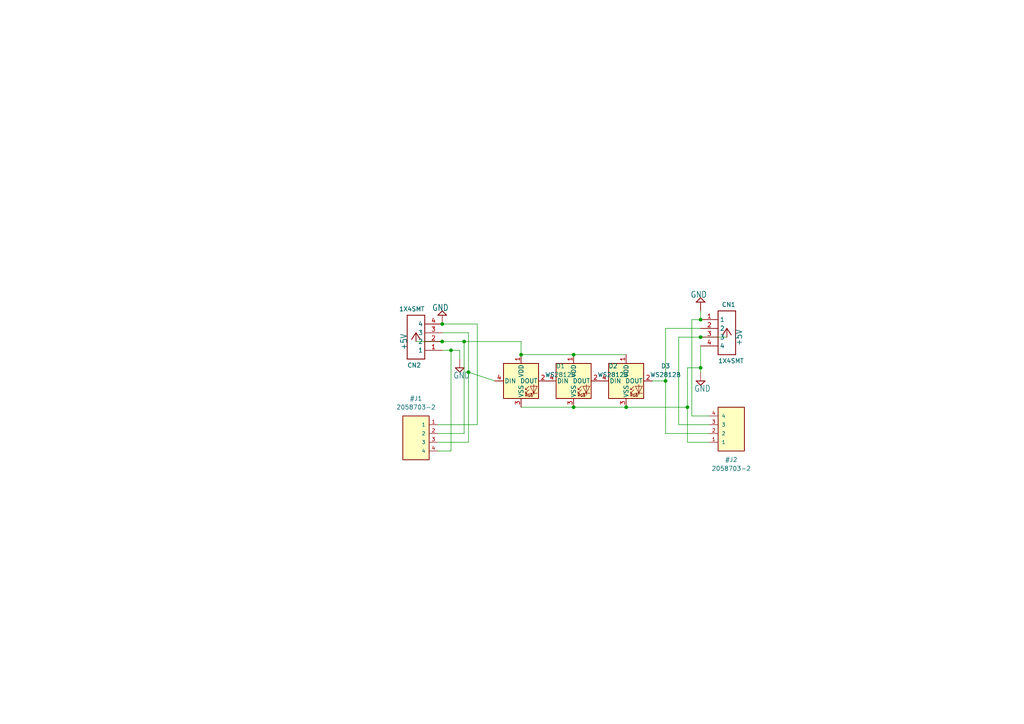
<source format=kicad_sch>
(kicad_sch (version 20211123) (generator eeschema)
  (paper "A4")
  (lib_symbols
    (symbol "2058703-2:2058703-2" (pin_names (offset 1.016))
      (property "Reference" "J" (at -3.302 8.1534 0))
      (property "Value" "2058703-2" (at -3.048 -6.858 0))
      (symbol "2058703-2_0_0"
        (rectangle (start -2.54 -5.08) (end 5.08 7.62) (stroke (width 0.254)) (fill (type background)))
        (pin passive line (at 7.62 5.08 180) (length 2.54) (name "1") (number "1"))
        (pin passive line (at 7.62 2.54 180) (length 2.54) (name "2") (number "2"))
        (pin passive line (at 7.62 0 180) (length 2.54) (name "3") (number "3"))
        (pin passive line (at 7.62 -2.54 180) (length 2.54) (name "4") (number "4"))
      )
    )
    (symbol "Adafruit NeoPixel 8 Stick-eagle-import:+5V" (power)
      (property "Value" "+5V" (at -2.54 -5.08 90))
      (symbol "+5V_1_0"
        (polyline (pts (xy 0 0) (xy -1.27 -1.905)) (stroke (width 0.254)))
        (polyline (pts (xy 1.27 -1.905) (xy 0 0)) (stroke (width 0.254)))
        (pin power_in line (at 0 -2.54 90) (length 2.54) (name "+5V") (number "1"))
      )
    )
    (symbol "Adafruit NeoPixel 8 Stick-eagle-import:1X4SMT"
      (property "Reference" "CN" (at 5.08 7.62 0))
      (property "Value" "1X4SMT" (at 0 -10.16 0))
      (symbol "1X4SMT_1_0"
        (polyline (pts (xy 0 -7.62) (xy 0 5.08)) (stroke (width 0.254)))
        (polyline (pts (xy 0 5.08) (xy 5.08 5.08)) (stroke (width 0.254)))
        (polyline (pts (xy 5.08 -7.62) (xy 0 -7.62)) (stroke (width 0.254)))
        (polyline (pts (xy 5.08 5.08) (xy 5.08 -7.62)) (stroke (width 0.254)))
        (pin bidirectional line (at -5.08 2.54 0) (length 5.08) (name "1") (number "1"))
        (pin bidirectional line (at -5.08 0 0) (length 5.08) (name "2") (number "2"))
        (pin bidirectional line (at -5.08 -2.54 0) (length 5.08) (name "3") (number "3"))
        (pin bidirectional line (at -5.08 -5.08 0) (length 5.08) (name "4") (number "4"))
      )
    )
    (symbol "Adafruit NeoPixel 8 Stick-eagle-import:GND" (power)
      (property "Value" "GND" (at -1.905 -3.175 0))
      (symbol "GND_1_0"
        (polyline (pts (xy -1.27 0) (xy 1.27 0)) (stroke (width 0.254)))
        (polyline (pts (xy 0 -1.27) (xy -1.27 0)) (stroke (width 0.254)))
        (polyline (pts (xy 1.27 0) (xy 0 -1.27)) (stroke (width 0.254)))
        (pin power_in line (at 0 2.54 270) (length 2.54) (name "GND") (number "1"))
      )
    )
    (symbol "LED:WS2812B" (pin_names (offset 0.254))
      (property "Reference" "D" (at 5.08 5.715 0))
      (property "Value" "WS2812B" (at 1.27 -5.715 0))
      (symbol "WS2812B_0_0"
        (text "RGB" (at 2.286 -4.191 0) (effects (font (size 0.762 0.762))))
      )
      (symbol "WS2812B_0_1"
        (polyline (pts (xy 1.27 -3.556) (xy 1.778 -3.556)))
        (polyline (pts (xy 1.27 -2.54) (xy 1.778 -2.54)))
        (polyline (pts (xy 4.699 -3.556) (xy 2.667 -3.556)))
        (polyline (pts (xy 2.286 -2.54) (xy 1.27 -3.556) (xy 1.27 -3.048)))
        (polyline (pts (xy 2.286 -1.524) (xy 1.27 -2.54) (xy 1.27 -2.032)))
        (polyline (pts (xy 3.683 -1.016) (xy 3.683 -3.556) (xy 3.683 -4.064)))
        (polyline (pts (xy 4.699 -1.524) (xy 2.667 -1.524) (xy 3.683 -3.556) (xy 4.699 -1.524)))
        (rectangle (start 5.08 5.08) (end -5.08 -5.08) (stroke (width 0.254)) (fill (type background)))
      )
      (symbol "WS2812B_1_1"
        (pin power_in line (at 0 7.62 270) (length 2.54) (name "VDD") (number "1"))
        (pin output line (at 7.62 0 180) (length 2.54) (name "DOUT") (number "2"))
        (pin power_in line (at 0 -7.62 90) (length 2.54) (name "VSS") (number "3"))
        (pin input line (at -7.62 0 0) (length 2.54) (name "DIN") (number "4"))
      )
    )
  )
  (junction (at 166.37 118.11))
  (junction (at 203.2 97.79))
  (junction (at 199.39 118.11))
  (junction (at 128.27 99.06))
  (junction (at 151.13 102.87))
  (junction (at 203.2 106.68))
  (junction (at 134.62 99.06))
  (junction (at 166.37 102.87))
  (junction (at 181.61 118.11))
  (junction (at 130.81 101.6))
  (junction (at 193.04 110.49))
  (junction (at 203.2 92.71))
  (junction (at 135.89 107.95))
  (junction (at 128.27 93.98))
  (wire (pts (xy 135.89 96.52) (xy 135.89 107.95)))
  (wire (pts (xy 151.13 118.11) (xy 166.37 118.11)))
  (wire (pts (xy 135.89 107.95) (xy 135.89 128.27)))
  (wire (pts (xy 130.81 101.6) (xy 133.35 101.6)))
  (wire (pts (xy 133.35 101.6) (xy 133.35 104.14)))
  (wire (pts (xy 203.2 92.71) (xy 203.2 90.17)))
  (wire (pts (xy 128.27 96.52) (xy 135.89 96.52)))
  (wire (pts (xy 166.37 102.87) (xy 181.61 102.87)))
  (wire (pts (xy 203.2 106.68) (xy 203.2 100.33)))
  (wire (pts (xy 199.39 106.68) (xy 203.2 106.68)))
  (wire (pts (xy 127 125.73) (xy 134.62 125.73)))
  (wire (pts (xy 151.13 99.06) (xy 134.62 99.06)))
  (wire (pts (xy 135.89 107.95) (xy 143.51 110.49)))
  (wire (pts (xy 199.39 118.11) (xy 199.39 128.27)))
  (wire (pts (xy 203.2 107.95) (xy 203.2 106.68)))
  (wire (pts (xy 138.43 93.98) (xy 138.43 123.19)))
  (wire (pts (xy 128.27 101.6) (xy 130.81 101.6)))
  (wire (pts (xy 134.62 99.06) (xy 134.62 125.73)))
  (wire (pts (xy 128.27 99.06) (xy 134.62 99.06)))
  (wire (pts (xy 189.23 110.49) (xy 193.04 110.49)))
  (wire (pts (xy 130.81 101.6) (xy 130.81 130.81)))
  (wire (pts (xy 166.37 118.11) (xy 181.61 118.11)))
  (wire (pts (xy 193.04 110.49) (xy 193.04 125.73)))
  (wire (pts (xy 151.13 102.87) (xy 166.37 102.87)))
  (wire (pts (xy 193.04 95.25) (xy 203.2 95.25)))
  (wire (pts (xy 210.82 97.79) (xy 203.2 97.79)))
  (wire (pts (xy 127 130.81) (xy 130.81 130.81)))
  (wire (pts (xy 127 128.27) (xy 135.89 128.27)))
  (wire (pts (xy 138.43 123.19) (xy 127 123.19)))
  (wire (pts (xy 200.66 120.65) (xy 205.74 120.65)))
  (wire (pts (xy 200.66 92.71) (xy 200.66 120.65)))
  (wire (pts (xy 120.65 99.06) (xy 128.27 99.06)))
  (wire (pts (xy 196.85 123.19) (xy 205.74 123.19)))
  (wire (pts (xy 199.39 128.27) (xy 205.74 128.27)))
  (wire (pts (xy 199.39 106.68) (xy 199.39 118.11)))
  (wire (pts (xy 128.27 93.98) (xy 138.43 93.98)))
  (wire (pts (xy 203.2 92.71) (xy 200.66 92.71)))
  (wire (pts (xy 193.04 125.73) (xy 205.74 125.73)))
  (wire (pts (xy 181.61 118.11) (xy 199.39 118.11)))
  (wire (pts (xy 151.13 99.06) (xy 151.13 102.87)))
  (wire (pts (xy 203.2 97.79) (xy 196.85 97.79)))
  (wire (pts (xy 196.85 97.79) (xy 196.85 123.19)))
  (wire (pts (xy 193.04 95.25) (xy 193.04 110.49)))
  (symbol (lib_id "Adafruit NeoPixel 8 Stick-eagle-import:GND") (at 128.27 91.44 180) (unit 1)
    (property "Reference" "#SUPPLY02" (effects hide))
    (property "Value" "GND" (at 130.175 88.265 0) (effects (font (size 1.778 1.5113)) (justify left bottom)))
    (property "Footprint" "Adafruit NeoPixel 8 Stick:" (effects hide))
  )
  (symbol (lib_id "Adafruit NeoPixel 8 Stick-eagle-import:+5V") (at 120.65 96.52 0) (unit 1)
    (property "Reference" "#P+011" (effects hide))
    (property "Value" "+5V" (at 118.11 101.6 90) (effects (font (size 1.778 1.5113)) (justify left bottom)))
    (property "Footprint" "Adafruit NeoPixel 8 Stick:" (effects hide))
  )
  (symbol (lib_id "LED:WS2812B") (at 181.61 110.49 0) (unit 1)
    (property "Reference" "D3" (at 193.04 106.1593 0))
    (property "Value" "WS2812B" (at 193.04 108.6993 0))
    (property "Footprint" "LED_SMD:LED_WS2812B_PLCC4_5.0x5.0mm_P3.2mm" (effects hide))
    (property "Datasheet" "https://cdn-shop.adafruit.com/datasheets/WS2812B.pdf" (effects hide))
  )
  (symbol (lib_id "LED:WS2812B") (at 166.37 110.49 0) (unit 1)
    (property "Reference" "D2" (at 177.8 106.1593 0))
    (property "Value" "WS2812B" (at 177.8 108.6993 0))
    (property "Footprint" "LED_SMD:LED_WS2812B_PLCC4_5.0x5.0mm_P3.2mm" (effects hide))
    (property "Datasheet" "https://cdn-shop.adafruit.com/datasheets/WS2812B.pdf" (effects hide))
  )
  (symbol (lib_id "Adafruit NeoPixel 8 Stick-eagle-import:GND") (at 133.35 106.68 0) (unit 1)
    (property "Reference" "#SUPPLY07" (effects hide))
    (property "Value" "GND" (at 131.445 109.855 0) (effects (font (size 1.778 1.5113)) (justify left bottom)))
    (property "Footprint" "Adafruit NeoPixel 8 Stick:" (effects hide))
  )
  (symbol (lib_id "Adafruit NeoPixel 8 Stick-eagle-import:1X4SMT") (at 123.19 99.06 180) (unit 1)
    (property "Reference" "CN2" (at 118.11 106.68 0) (effects (justify right top)))
    (property "Value" "1X4SMT" (at 123.19 88.9 0) (effects (justify left bottom)))
    (property "Footprint" "Adafruit NeoPixel 8 Stick:1X4-SMT" (effects hide))
  )
  (symbol (lib_id "2058703-2:2058703-2") (at 119.38 128.27 0) (unit 1)
    (property "Reference" "#J1" (at 120.65 115.57 0))
    (property "Value" "2058703-2" (at 120.65 118.11 0))
    (property "Footprint" "TE_2058703-2" (effects hide))
    (property "Comment" "2058703-2" (effects hide))
  )
  (symbol (lib_id "Adafruit NeoPixel 8 Stick-eagle-import:1X4SMT") (at 208.28 95.25 0) (unit 1)
    (property "Reference" "CN1" (at 213.36 87.63 0) (effects (justify right top)))
    (property "Value" "1X4SMT" (at 208.28 105.41 0) (effects (justify left bottom)))
    (property "Footprint" "Adafruit NeoPixel 8 Stick:1X4-SMT" (effects hide))
  )
  (symbol (lib_id "Adafruit NeoPixel 8 Stick-eagle-import:+5V") (at 210.82 95.25 0) (mirror y) (unit 1)
    (property "Reference" "#P+01" (effects hide))
    (property "Value" "+5V" (at 213.36 100.33 90) (effects (font (size 1.778 1.5113)) (justify left bottom)))
    (property "Footprint" "Adafruit NeoPixel 8 Stick:" (effects hide))
  )
  (symbol (lib_id "LED:WS2812B") (at 151.13 110.49 0) (unit 1)
    (property "Reference" "D1" (at 162.56 106.1593 0))
    (property "Value" "WS2812B" (at 162.56 108.6993 0))
    (property "Footprint" "LED_SMD:LED_WS2812B_PLCC4_5.0x5.0mm_P3.2mm" (effects hide))
    (property "Datasheet" "https://cdn-shop.adafruit.com/datasheets/WS2812B.pdf" (effects hide))
  )
  (symbol (lib_id "Adafruit NeoPixel 8 Stick-eagle-import:GND") (at 203.2 110.49 0) (unit 1)
    (property "Reference" "#SUPPLY09" (effects hide))
    (property "Value" "GND" (at 201.295 113.665 0) (effects (font (size 1.778 1.5113)) (justify left bottom)))
    (property "Footprint" "Adafruit NeoPixel 8 Stick:" (effects hide))
  )
  (symbol (lib_id "2058703-2:2058703-2") (at 213.36 123.19 180) (unit 1)
    (property "Reference" "#J2" (at 212.09 133.35 0))
    (property "Value" "2058703-2" (at 212.09 135.89 0))
    (property "Footprint" "TE_2058703-2" (effects hide))
    (property "Comment" "2058703-2" (effects hide))
  )
  (symbol (lib_id "Adafruit NeoPixel 8 Stick-eagle-import:GND") (at 203.2 87.63 180) (unit 1)
    (property "Reference" "#SUPPLY01" (effects hide))
    (property "Value" "GND" (at 205.105 84.455 0) (effects (font (size 1.778 1.5113)) (justify left bottom)))
    (property "Footprint" "Adafruit NeoPixel 8 Stick:" (effects hide))
  )
)
</source>
